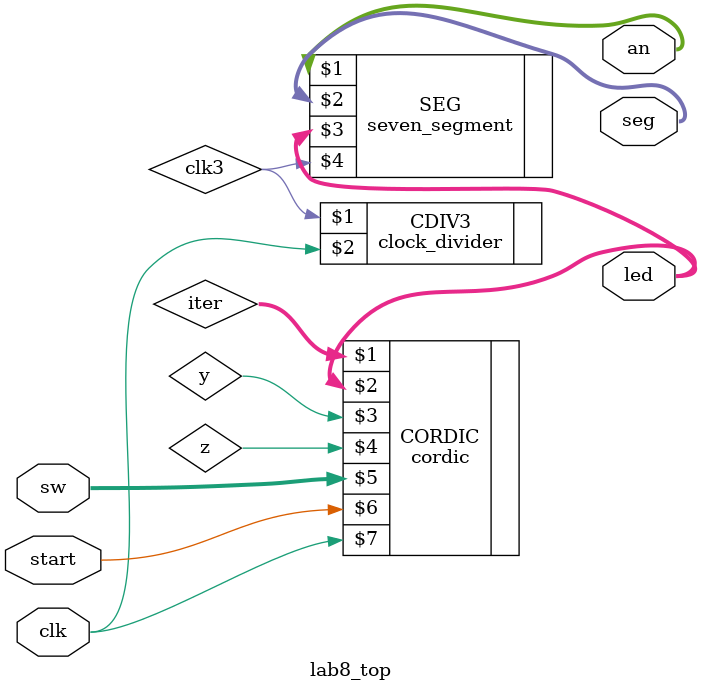
<source format=v>
`timescale 1ns / 1ps

module lab8_top(
    output [3:0] an,
    output [7:0] seg,
    output [15:0] led,
    input [15:0] sw,
    input start,
    input clk
    );
    wire [3:0] iter;
    
    cordic CORDIC (iter,led,y,z,sw,start,clk);
    clock_divider #(15) CDIV3 (clk3, clk); //for 7-segment, use 1KHz instead of 100MHz, or there would potentially be problems
    seven_segment SEG (an,seg,led,clk3);
endmodule 
</source>
